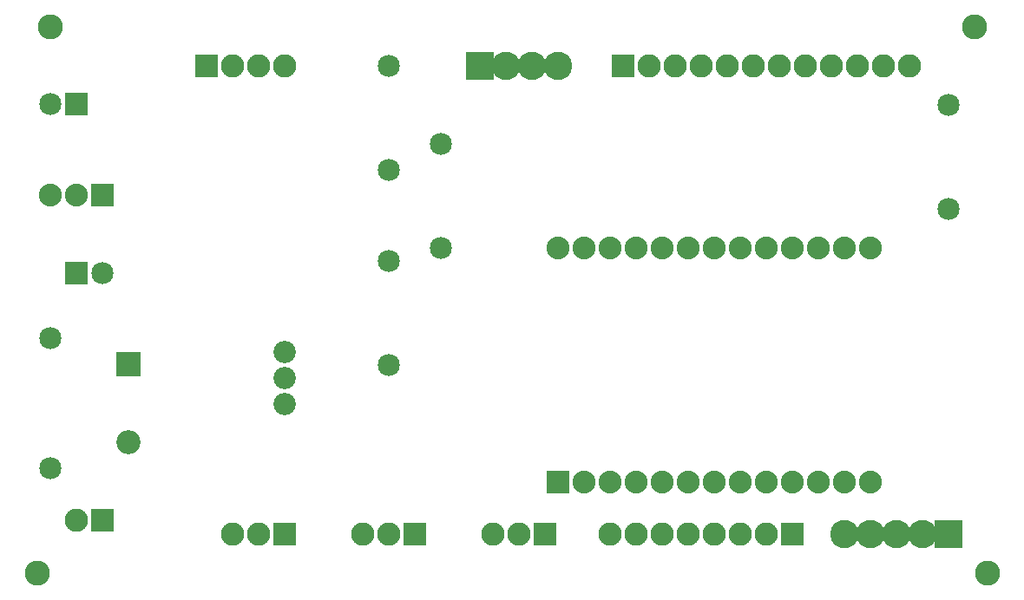
<source format=gbs>
G04 MADE WITH FRITZING*
G04 WWW.FRITZING.ORG*
G04 DOUBLE SIDED*
G04 HOLES PLATED*
G04 CONTOUR ON CENTER OF CONTOUR VECTOR*
%ASAXBY*%
%FSLAX23Y23*%
%MOIN*%
%OFA0B0*%
%SFA1.0B1.0*%
%ADD10C,0.085433*%
%ADD11C,0.088000*%
%ADD12C,0.096614*%
%ADD13C,0.085000*%
%ADD14C,0.092000*%
%ADD15C,0.089370*%
%ADD16C,0.109055*%
%ADD17R,0.088000X0.088000*%
%ADD18R,0.085000X0.085000*%
%ADD19R,0.092000X0.092000*%
%ADD20R,0.089370X0.089370*%
%ADD21R,0.109055X0.109055*%
%LNMASK0*%
G90*
G70*
G54D10*
X1071Y984D03*
X121Y134D03*
X171Y2234D03*
X3721Y2234D03*
X3771Y134D03*
X1071Y884D03*
X1071Y784D03*
G54D11*
X371Y1586D03*
X271Y1586D03*
X171Y1586D03*
G54D12*
X3721Y2234D03*
X3771Y134D03*
X171Y2234D03*
X121Y134D03*
G54D11*
X2121Y484D03*
X2121Y1384D03*
X2221Y484D03*
X2221Y1384D03*
X2321Y484D03*
X2321Y1384D03*
X2421Y484D03*
X2421Y1384D03*
X2521Y484D03*
X2521Y1384D03*
X2621Y484D03*
X2621Y1384D03*
X2721Y484D03*
X2721Y1384D03*
X2821Y484D03*
X2821Y1384D03*
X2921Y484D03*
X2921Y1384D03*
X3021Y484D03*
X3021Y1384D03*
X3121Y484D03*
X3121Y1384D03*
X3221Y484D03*
X3221Y1384D03*
X3321Y484D03*
X3321Y1384D03*
G54D13*
X271Y1936D03*
X171Y1936D03*
G54D14*
X471Y936D03*
X471Y638D03*
G54D13*
X171Y536D03*
X171Y1036D03*
X271Y1286D03*
X371Y1286D03*
X1471Y2084D03*
X1471Y1684D03*
X3621Y1934D03*
X3621Y1534D03*
X1671Y1784D03*
X1671Y1384D03*
X1471Y1334D03*
X1471Y934D03*
G54D15*
X3021Y284D03*
X2921Y284D03*
X2821Y284D03*
X2721Y284D03*
X2621Y284D03*
X2521Y284D03*
X2421Y284D03*
X2321Y284D03*
G54D16*
X3621Y284D03*
X3521Y284D03*
X3421Y284D03*
X3321Y284D03*
X3221Y284D03*
G54D15*
X2071Y284D03*
X1971Y284D03*
X1871Y284D03*
X1071Y284D03*
X971Y284D03*
X871Y284D03*
X1571Y284D03*
X1471Y284D03*
X1371Y284D03*
X2371Y2084D03*
X2471Y2084D03*
X2571Y2084D03*
X2671Y2084D03*
X2771Y2084D03*
X2871Y2084D03*
X2971Y2084D03*
X3071Y2084D03*
X3171Y2084D03*
X3271Y2084D03*
X3371Y2084D03*
X3471Y2084D03*
G54D16*
X1821Y2084D03*
X1921Y2084D03*
X2021Y2084D03*
X2121Y2084D03*
G54D15*
X772Y2084D03*
X872Y2084D03*
X972Y2084D03*
X1072Y2084D03*
X371Y336D03*
X271Y336D03*
G54D17*
X371Y1586D03*
X2122Y485D03*
G54D18*
X271Y1936D03*
G54D19*
X471Y937D03*
G54D18*
X271Y1286D03*
G54D20*
X3021Y284D03*
G54D21*
X3621Y284D03*
G54D20*
X2071Y284D03*
X1071Y284D03*
X1571Y284D03*
X2371Y2084D03*
G54D21*
X1821Y2084D03*
G54D20*
X772Y2084D03*
X371Y336D03*
G04 End of Mask0*
M02*
</source>
